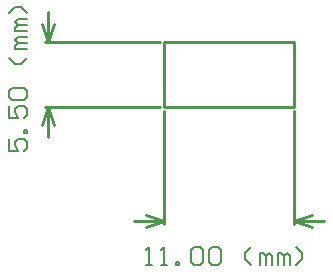
<source format=gko>
%FSLAX44Y44*%
%MOMM*%
G71*
G01*
G75*
G04 Layer_Color=16711935*
%ADD10R,0.7000X0.2800*%
%ADD11R,1.0000X1.0000*%
%ADD12R,0.4000X0.4000*%
%ADD13R,0.4000X0.4000*%
%ADD14R,0.5000X0.2500*%
%ADD15R,0.2500X0.5000*%
%ADD16C,0.1100*%
%ADD17C,0.1700*%
%ADD18C,0.1400*%
%ADD19C,0.2540*%
%ADD20C,0.1524*%
%ADD21C,0.3500*%
%ADD22R,1.5000X0.6000*%
%ADD23R,1.0000X1.0000*%
%ADD24R,0.7000X0.4000*%
%ADD25R,0.6000X0.4000*%
%ADD26R,1.0000X0.7000*%
%ADD27C,0.2000*%
%ADD28C,0.2500*%
%ADD29C,0.1500*%
%ADD30C,0.1000*%
%ADD31R,0.8000X0.3800*%
%ADD32R,1.1000X1.1000*%
%ADD33R,0.5000X0.5000*%
%ADD34R,0.5000X0.5000*%
%ADD35R,0.6000X0.3500*%
%ADD36R,0.3500X0.6000*%
%ADD37R,1.6000X0.7000*%
%ADD38R,1.1000X1.1000*%
%ADD39R,0.8000X0.5000*%
%ADD40R,0.7000X0.5000*%
%ADD41R,1.1000X0.8000*%
%ADD42C,0.2400*%
D19*
X419360Y845500D02*
X516260D01*
X419360Y790500D02*
X516260D01*
X421900Y765100D02*
Y790500D01*
Y845500D02*
Y870900D01*
X416820Y775260D02*
X421900Y790500D01*
X426980Y775260D01*
X421900Y845500D02*
X426980Y860740D01*
X416820D02*
X421900Y845500D01*
X630000Y690880D02*
Y786760D01*
X520000Y690880D02*
Y786760D01*
X494600Y693420D02*
X520000D01*
X630000D02*
X655400D01*
X504760Y698500D02*
X520000Y693420D01*
X504760Y688340D02*
X520000Y693420D01*
X630000D02*
X645240Y688340D01*
X630000Y693420D02*
X645240Y698500D01*
D20*
X388382Y763152D02*
Y752996D01*
X395999D01*
X393460Y758074D01*
Y760613D01*
X395999Y763152D01*
X401078D01*
X403617Y760613D01*
Y755535D01*
X401078Y752996D01*
X403617Y768231D02*
X401078D01*
Y770770D01*
X403617D01*
Y768231D01*
X388382Y791083D02*
Y780927D01*
X395999D01*
X393460Y786005D01*
Y788544D01*
X395999Y791083D01*
X401078D01*
X403617Y788544D01*
Y783466D01*
X401078Y780927D01*
X390921Y796162D02*
X388382Y798701D01*
Y803779D01*
X390921Y806318D01*
X401078D01*
X403617Y803779D01*
Y798701D01*
X401078Y796162D01*
X390921D01*
X403617Y831710D02*
X398539Y826632D01*
X393460D01*
X388382Y831710D01*
X403617Y839328D02*
X393460D01*
Y841867D01*
X395999Y844406D01*
X403617D01*
X395999D01*
X393460Y846945D01*
X395999Y849484D01*
X403617D01*
Y854563D02*
X393460D01*
Y857102D01*
X395999Y859641D01*
X403617D01*
X395999D01*
X393460Y862180D01*
X395999Y864719D01*
X403617D01*
Y869798D02*
X398539Y874876D01*
X393460D01*
X388382Y869798D01*
X504917Y656854D02*
X509996D01*
X507457D01*
Y672089D01*
X504917Y669550D01*
X517613Y656854D02*
X522692D01*
X520153D01*
Y672089D01*
X517613Y669550D01*
X530309Y656854D02*
Y659393D01*
X532848D01*
Y656854D01*
X530309D01*
X543005Y669550D02*
X545544Y672089D01*
X550623D01*
X553162Y669550D01*
Y659393D01*
X550623Y656854D01*
X545544D01*
X543005Y659393D01*
Y669550D01*
X558240D02*
X560779Y672089D01*
X565858D01*
X568397Y669550D01*
Y659393D01*
X565858Y656854D01*
X560779D01*
X558240Y659393D01*
Y669550D01*
X593789Y656854D02*
X588710Y661932D01*
Y667011D01*
X593789Y672089D01*
X601406Y656854D02*
Y667011D01*
X603945D01*
X606485Y664471D01*
Y656854D01*
Y664471D01*
X609024Y667011D01*
X611563Y664471D01*
Y656854D01*
X616641D02*
Y667011D01*
X619180D01*
X621720Y664471D01*
Y656854D01*
Y664471D01*
X624259Y667011D01*
X626798Y664471D01*
Y656854D01*
X631876D02*
X636955Y661932D01*
Y667011D01*
X631876Y672089D01*
D42*
X520000Y790500D02*
X630000D01*
Y845500D01*
X520000D02*
X630000D01*
X520000Y790500D02*
Y845500D01*
M02*

</source>
